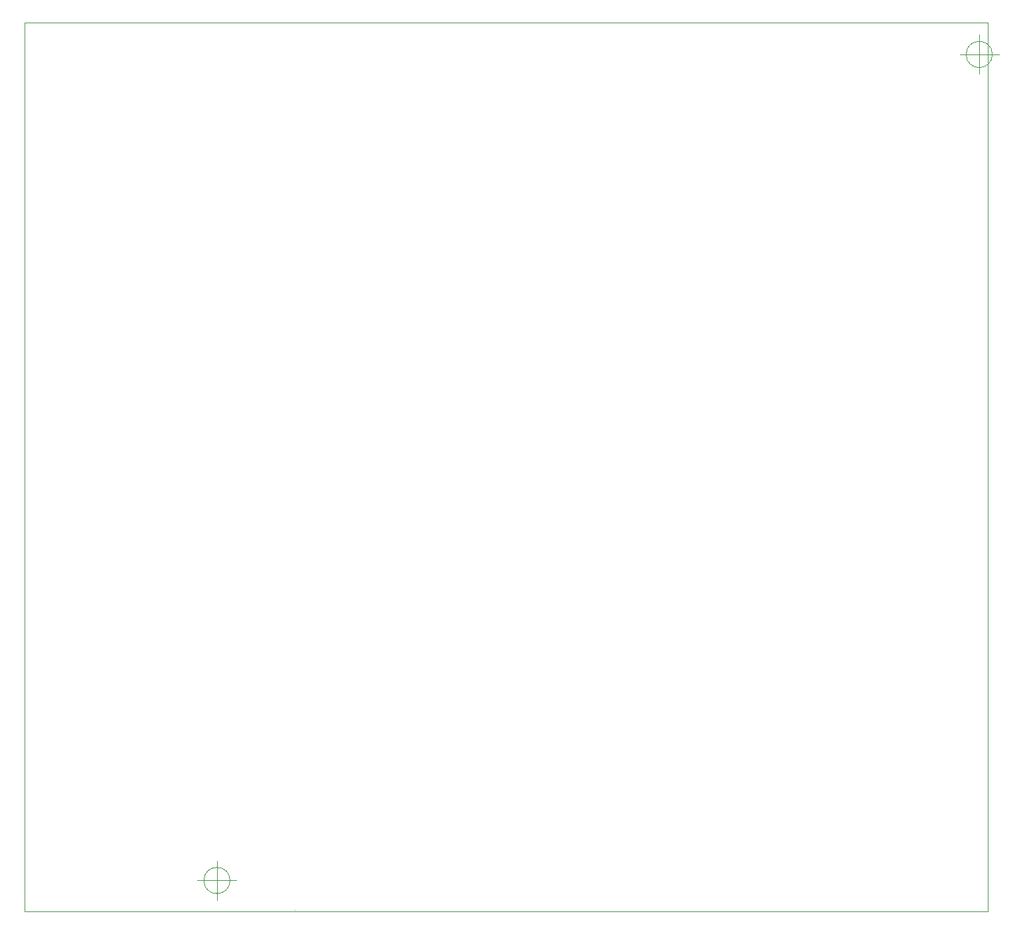
<source format=gbr>
%TF.GenerationSoftware,KiCad,Pcbnew,(5.1.8)-1*%
%TF.CreationDate,2021-01-08T14:24:18-05:00*%
%TF.ProjectId,z80logic,7a38306c-6f67-4696-932e-6b696361645f,1*%
%TF.SameCoordinates,Original*%
%TF.FileFunction,Profile,NP*%
%FSLAX46Y46*%
G04 Gerber Fmt 4.6, Leading zero omitted, Abs format (unit mm)*
G04 Created by KiCad (PCBNEW (5.1.8)-1) date 2021-01-08 14:24:18*
%MOMM*%
%LPD*%
G01*
G04 APERTURE LIST*
%TA.AperFunction,Profile*%
%ADD10C,0.050000*%
%TD*%
%TA.AperFunction,Profile*%
%ADD11C,0.100000*%
%TD*%
G04 APERTURE END LIST*
D10*
X239982166Y-24384000D02*
G75*
G03*
X239982166Y-24384000I-1666666J0D01*
G01*
X235815500Y-24384000D02*
X240815500Y-24384000D01*
X238315500Y-21884000D02*
X238315500Y-26884000D01*
X142763666Y-129667000D02*
G75*
G03*
X142763666Y-129667000I-1666666J0D01*
G01*
X138597000Y-129667000D02*
X143597000Y-129667000D01*
X141097000Y-127167000D02*
X141097000Y-132167000D01*
X151003000Y-133477000D02*
X151003000Y-133477000D01*
X116586000Y-20320000D02*
X116586000Y-133604000D01*
D11*
X116586000Y-20320000D02*
X239395000Y-20320000D01*
X239395000Y-133604000D02*
X116586000Y-133604000D01*
X239395000Y-20320000D02*
X239395000Y-133604000D01*
M02*

</source>
